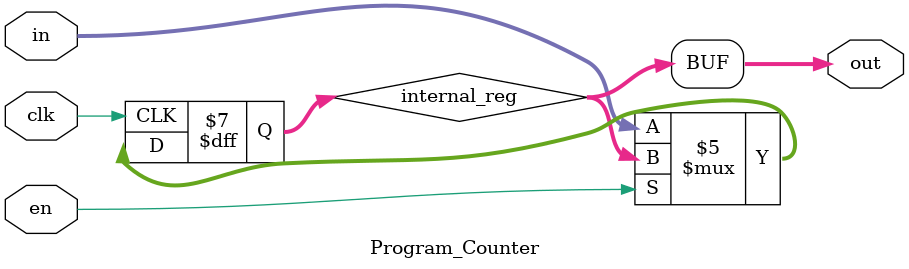
<source format=v>

module Program_Counter(clk, en, in, out);

input wire[0:0] clk, en;
input wire[31:0] in;
output wire[31:0] out;

reg [31:0] internal_reg = 0;

always @(posedge clk) begin

if(en == 1'b0) internal_reg = in;

end

assign out = internal_reg;

endmodule

</source>
